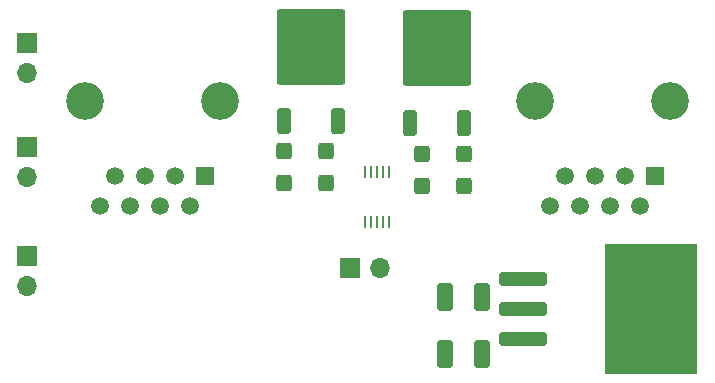
<source format=gts>
%TF.GenerationSoftware,KiCad,Pcbnew,8.0.4*%
%TF.CreationDate,2024-08-23T02:05:05+01:00*%
%TF.ProjectId,PicoChainReference,5069636f-4368-4616-996e-526566657265,v1.1*%
%TF.SameCoordinates,Original*%
%TF.FileFunction,Soldermask,Top*%
%TF.FilePolarity,Negative*%
%FSLAX46Y46*%
G04 Gerber Fmt 4.6, Leading zero omitted, Abs format (unit mm)*
G04 Created by KiCad (PCBNEW 8.0.4) date 2024-08-23 02:05:05*
%MOMM*%
%LPD*%
G01*
G04 APERTURE LIST*
G04 Aperture macros list*
%AMRoundRect*
0 Rectangle with rounded corners*
0 $1 Rounding radius*
0 $2 $3 $4 $5 $6 $7 $8 $9 X,Y pos of 4 corners*
0 Add a 4 corners polygon primitive as box body*
4,1,4,$2,$3,$4,$5,$6,$7,$8,$9,$2,$3,0*
0 Add four circle primitives for the rounded corners*
1,1,$1+$1,$2,$3*
1,1,$1+$1,$4,$5*
1,1,$1+$1,$6,$7*
1,1,$1+$1,$8,$9*
0 Add four rect primitives between the rounded corners*
20,1,$1+$1,$2,$3,$4,$5,0*
20,1,$1+$1,$4,$5,$6,$7,0*
20,1,$1+$1,$6,$7,$8,$9,0*
20,1,$1+$1,$8,$9,$2,$3,0*%
G04 Aperture macros list end*
%ADD10RoundRect,0.250000X0.412500X0.925000X-0.412500X0.925000X-0.412500X-0.925000X0.412500X-0.925000X0*%
%ADD11RoundRect,0.149250X-1.847750X-0.447750X1.847750X-0.447750X1.847750X0.447750X-1.847750X0.447750X0*%
%ADD12RoundRect,0.102000X-3.810000X-5.420000X3.810000X-5.420000X3.810000X5.420000X-3.810000X5.420000X0*%
%ADD13RoundRect,0.250000X-0.425000X0.450000X-0.425000X-0.450000X0.425000X-0.450000X0.425000X0.450000X0*%
%ADD14R,0.250000X1.100000*%
%ADD15R,1.700000X1.700000*%
%ADD16O,1.700000X1.700000*%
%ADD17C,3.200000*%
%ADD18R,1.500000X1.500000*%
%ADD19C,1.500000*%
%ADD20RoundRect,0.250000X0.350000X-0.850000X0.350000X0.850000X-0.350000X0.850000X-0.350000X-0.850000X0*%
%ADD21RoundRect,0.249997X2.650003X-2.950003X2.650003X2.950003X-2.650003X2.950003X-2.650003X-2.950003X0*%
G04 APERTURE END LIST*
D10*
%TO.C,C6*%
X141145500Y-91599000D03*
X138070500Y-91599000D03*
%TD*%
D11*
%TO.C,U5*%
X144638000Y-90075000D03*
X144638000Y-92615000D03*
X144638000Y-95155000D03*
D12*
X155518000Y-92615000D03*
%TD*%
D13*
%TO.C,C4*%
X127940000Y-79264000D03*
X127940000Y-81964000D03*
%TD*%
D14*
%TO.C,U2*%
X131258000Y-85304000D03*
X131758000Y-85304000D03*
X132258000Y-85304000D03*
X132758000Y-85304000D03*
X133258000Y-85304000D03*
X133258000Y-81004000D03*
X132758000Y-81004000D03*
X132258000Y-81004000D03*
X131758000Y-81004000D03*
X131258000Y-81004000D03*
%TD*%
D15*
%TO.C,J3*%
X102651000Y-88165000D03*
D16*
X102651000Y-90705000D03*
%TD*%
D17*
%TO.C,J1*%
X119014500Y-75046000D03*
X107584500Y-75046000D03*
D18*
X117744500Y-81396000D03*
D19*
X116474500Y-83936000D03*
X115204500Y-81396000D03*
X113934500Y-83936000D03*
X112664500Y-81396000D03*
X111394500Y-83936000D03*
X110124500Y-81396000D03*
X108854500Y-83936000D03*
%TD*%
D13*
%TO.C,C1*%
X124384000Y-79264000D03*
X124384000Y-81964000D03*
%TD*%
D15*
%TO.C,J6*%
X102651000Y-78894000D03*
D16*
X102651000Y-81434000D03*
%TD*%
D13*
%TO.C,C3*%
X136068000Y-79518000D03*
X136068000Y-82218000D03*
%TD*%
%TO.C,C2*%
X139624000Y-79518000D03*
X139624000Y-82218000D03*
%TD*%
D20*
%TO.C,U3*%
X135059000Y-76857000D03*
D21*
X137339000Y-70557000D03*
D20*
X139619000Y-76857000D03*
%TD*%
D10*
%TO.C,C5*%
X141145500Y-96425000D03*
X138070500Y-96425000D03*
%TD*%
D15*
%TO.C,J5*%
X129951000Y-89186000D03*
D16*
X132491000Y-89186000D03*
%TD*%
D17*
%TO.C,J2*%
X157114500Y-75046000D03*
X145684500Y-75046000D03*
D18*
X155844500Y-81396000D03*
D19*
X154574500Y-83936000D03*
X153304500Y-81396000D03*
X152034500Y-83936000D03*
X150764500Y-81396000D03*
X149494500Y-83936000D03*
X148224500Y-81396000D03*
X146954500Y-83936000D03*
%TD*%
D20*
%TO.C,U4*%
X124390000Y-76754000D03*
D21*
X126670000Y-70454000D03*
D20*
X128950000Y-76754000D03*
%TD*%
D15*
%TO.C,J4*%
X102651000Y-70131000D03*
D16*
X102651000Y-72671000D03*
%TD*%
M02*

</source>
